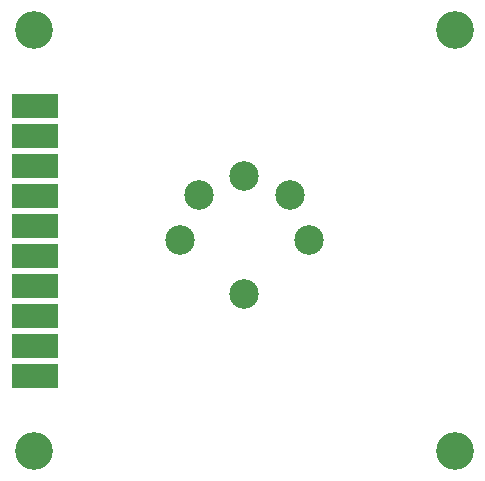
<source format=gbr>
%TF.GenerationSoftware,KiCad,Pcbnew,6.0.11-2627ca5db0~126~ubuntu22.04.1*%
%TF.CreationDate,2025-02-25T14:04:31+01:00*%
%TF.ProjectId,MidiBreakOut,4d696469-4272-4656-916b-4f75742e6b69,rev?*%
%TF.SameCoordinates,Original*%
%TF.FileFunction,Soldermask,Top*%
%TF.FilePolarity,Negative*%
%FSLAX46Y46*%
G04 Gerber Fmt 4.6, Leading zero omitted, Abs format (unit mm)*
G04 Created by KiCad (PCBNEW 6.0.11-2627ca5db0~126~ubuntu22.04.1) date 2025-02-25 14:04:31*
%MOMM*%
%LPD*%
G01*
G04 APERTURE LIST*
%ADD10C,3.200000*%
%ADD11R,4.000000X2.000000*%
%ADD12C,2.500000*%
G04 APERTURE END LIST*
D10*
%TO.C,H4*%
X117800000Y-117800000D03*
%TD*%
D11*
%TO.C,X6*%
X82296000Y-106426000D03*
%TD*%
D10*
%TO.C,H2*%
X117800000Y-82200000D03*
%TD*%
%TO.C,H1*%
X82200000Y-82200000D03*
%TD*%
D12*
%TO.C,J1*%
X105461000Y-100000000D03*
X103861511Y-96138489D03*
X100000000Y-94539000D03*
X96138489Y-96138489D03*
X94539000Y-100000000D03*
X100000000Y-104572000D03*
%TD*%
D10*
%TO.C,H3*%
X82200000Y-117800000D03*
%TD*%
D11*
%TO.C,X9*%
X82296000Y-91186000D03*
%TD*%
%TO.C,X3*%
X82296000Y-96266000D03*
%TD*%
%TO.C,X10*%
X82296000Y-111506000D03*
%TD*%
%TO.C,X8*%
X82296000Y-108966000D03*
%TD*%
%TO.C,X4*%
X82296000Y-103886000D03*
%TD*%
%TO.C,X7*%
X82296000Y-101346000D03*
%TD*%
%TO.C,X5*%
X82296000Y-98806000D03*
%TD*%
%TO.C,X1*%
X82296000Y-93726000D03*
%TD*%
%TO.C,X2*%
X82296000Y-88646000D03*
%TD*%
M02*

</source>
